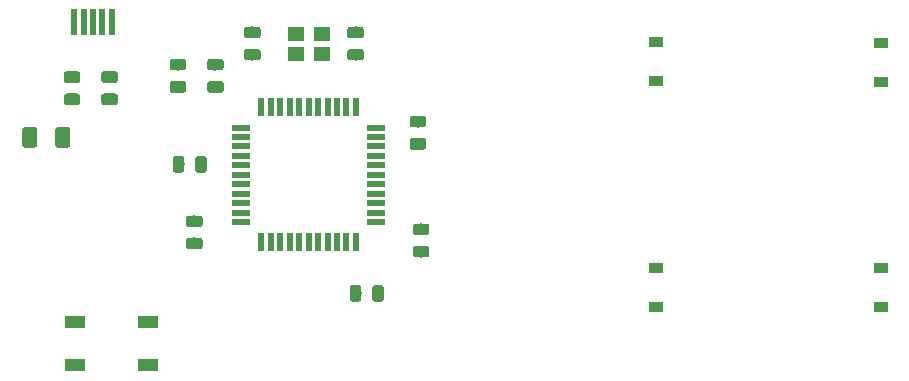
<source format=gbp>
G04 #@! TF.GenerationSoftware,KiCad,Pcbnew,(5.1.4-0)*
G04 #@! TF.CreationDate,2021-10-16T03:16:45+01:00*
G04 #@! TF.ProjectId,PR-4PP,50522d34-5050-42e6-9b69-6361645f7063,rev?*
G04 #@! TF.SameCoordinates,Original*
G04 #@! TF.FileFunction,Paste,Bot*
G04 #@! TF.FilePolarity,Positive*
%FSLAX46Y46*%
G04 Gerber Fmt 4.6, Leading zero omitted, Abs format (unit mm)*
G04 Created by KiCad (PCBNEW (5.1.4-0)) date 2021-10-16 03:16:45*
%MOMM*%
%LPD*%
G04 APERTURE LIST*
%ADD10R,0.500000X2.250000*%
%ADD11R,1.400000X1.200000*%
%ADD12R,0.550000X1.500000*%
%ADD13R,1.500000X0.550000*%
%ADD14R,1.800000X1.100000*%
%ADD15C,0.100000*%
%ADD16C,0.975000*%
%ADD17C,1.250000*%
%ADD18R,1.200000X0.900000*%
G04 APERTURE END LIST*
D10*
X28562500Y-66412500D03*
X29362500Y-66412500D03*
X30162500Y-66412500D03*
X30962500Y-66412500D03*
X31762500Y-66412500D03*
D11*
X49518750Y-67412500D03*
X47318750Y-67412500D03*
X47318750Y-69112500D03*
X49518750Y-69112500D03*
D12*
X44418750Y-85075000D03*
X45218750Y-85075000D03*
X46018750Y-85075000D03*
X46818750Y-85075000D03*
X47618750Y-85075000D03*
X48418750Y-85075000D03*
X49218750Y-85075000D03*
X50018750Y-85075000D03*
X50818750Y-85075000D03*
X51618750Y-85075000D03*
X52418750Y-85075000D03*
D13*
X54118750Y-83375000D03*
X54118750Y-82575000D03*
X54118750Y-81775000D03*
X54118750Y-80975000D03*
X54118750Y-80175000D03*
X54118750Y-79375000D03*
X54118750Y-78575000D03*
X54118750Y-77775000D03*
X54118750Y-76975000D03*
X54118750Y-76175000D03*
X54118750Y-75375000D03*
D12*
X52418750Y-73675000D03*
X51618750Y-73675000D03*
X50818750Y-73675000D03*
X50018750Y-73675000D03*
X49218750Y-73675000D03*
X48418750Y-73675000D03*
X47618750Y-73675000D03*
X46818750Y-73675000D03*
X46018750Y-73675000D03*
X45218750Y-73675000D03*
X44418750Y-73675000D03*
D13*
X42718750Y-75375000D03*
X42718750Y-76175000D03*
X42718750Y-76975000D03*
X42718750Y-77775000D03*
X42718750Y-78575000D03*
X42718750Y-79375000D03*
X42718750Y-80175000D03*
X42718750Y-80975000D03*
X42718750Y-81775000D03*
X42718750Y-82575000D03*
X42718750Y-83375000D03*
D14*
X34850000Y-95512500D03*
X28650000Y-91812500D03*
X34850000Y-91812500D03*
X28650000Y-95512500D03*
D15*
G36*
X58423892Y-83507424D02*
G01*
X58447553Y-83510934D01*
X58470757Y-83516746D01*
X58493279Y-83524804D01*
X58514903Y-83535032D01*
X58535420Y-83547329D01*
X58554633Y-83561579D01*
X58572357Y-83577643D01*
X58588421Y-83595367D01*
X58602671Y-83614580D01*
X58614968Y-83635097D01*
X58625196Y-83656721D01*
X58633254Y-83679243D01*
X58639066Y-83702447D01*
X58642576Y-83726108D01*
X58643750Y-83750000D01*
X58643750Y-84237500D01*
X58642576Y-84261392D01*
X58639066Y-84285053D01*
X58633254Y-84308257D01*
X58625196Y-84330779D01*
X58614968Y-84352403D01*
X58602671Y-84372920D01*
X58588421Y-84392133D01*
X58572357Y-84409857D01*
X58554633Y-84425921D01*
X58535420Y-84440171D01*
X58514903Y-84452468D01*
X58493279Y-84462696D01*
X58470757Y-84470754D01*
X58447553Y-84476566D01*
X58423892Y-84480076D01*
X58400000Y-84481250D01*
X57487500Y-84481250D01*
X57463608Y-84480076D01*
X57439947Y-84476566D01*
X57416743Y-84470754D01*
X57394221Y-84462696D01*
X57372597Y-84452468D01*
X57352080Y-84440171D01*
X57332867Y-84425921D01*
X57315143Y-84409857D01*
X57299079Y-84392133D01*
X57284829Y-84372920D01*
X57272532Y-84352403D01*
X57262304Y-84330779D01*
X57254246Y-84308257D01*
X57248434Y-84285053D01*
X57244924Y-84261392D01*
X57243750Y-84237500D01*
X57243750Y-83750000D01*
X57244924Y-83726108D01*
X57248434Y-83702447D01*
X57254246Y-83679243D01*
X57262304Y-83656721D01*
X57272532Y-83635097D01*
X57284829Y-83614580D01*
X57299079Y-83595367D01*
X57315143Y-83577643D01*
X57332867Y-83561579D01*
X57352080Y-83547329D01*
X57372597Y-83535032D01*
X57394221Y-83524804D01*
X57416743Y-83516746D01*
X57439947Y-83510934D01*
X57463608Y-83507424D01*
X57487500Y-83506250D01*
X58400000Y-83506250D01*
X58423892Y-83507424D01*
X58423892Y-83507424D01*
G37*
D16*
X57943750Y-83993750D03*
D15*
G36*
X58423892Y-85382424D02*
G01*
X58447553Y-85385934D01*
X58470757Y-85391746D01*
X58493279Y-85399804D01*
X58514903Y-85410032D01*
X58535420Y-85422329D01*
X58554633Y-85436579D01*
X58572357Y-85452643D01*
X58588421Y-85470367D01*
X58602671Y-85489580D01*
X58614968Y-85510097D01*
X58625196Y-85531721D01*
X58633254Y-85554243D01*
X58639066Y-85577447D01*
X58642576Y-85601108D01*
X58643750Y-85625000D01*
X58643750Y-86112500D01*
X58642576Y-86136392D01*
X58639066Y-86160053D01*
X58633254Y-86183257D01*
X58625196Y-86205779D01*
X58614968Y-86227403D01*
X58602671Y-86247920D01*
X58588421Y-86267133D01*
X58572357Y-86284857D01*
X58554633Y-86300921D01*
X58535420Y-86315171D01*
X58514903Y-86327468D01*
X58493279Y-86337696D01*
X58470757Y-86345754D01*
X58447553Y-86351566D01*
X58423892Y-86355076D01*
X58400000Y-86356250D01*
X57487500Y-86356250D01*
X57463608Y-86355076D01*
X57439947Y-86351566D01*
X57416743Y-86345754D01*
X57394221Y-86337696D01*
X57372597Y-86327468D01*
X57352080Y-86315171D01*
X57332867Y-86300921D01*
X57315143Y-86284857D01*
X57299079Y-86267133D01*
X57284829Y-86247920D01*
X57272532Y-86227403D01*
X57262304Y-86205779D01*
X57254246Y-86183257D01*
X57248434Y-86160053D01*
X57244924Y-86136392D01*
X57243750Y-86112500D01*
X57243750Y-85625000D01*
X57244924Y-85601108D01*
X57248434Y-85577447D01*
X57254246Y-85554243D01*
X57262304Y-85531721D01*
X57272532Y-85510097D01*
X57284829Y-85489580D01*
X57299079Y-85470367D01*
X57315143Y-85452643D01*
X57332867Y-85436579D01*
X57352080Y-85422329D01*
X57372597Y-85410032D01*
X57394221Y-85399804D01*
X57416743Y-85391746D01*
X57439947Y-85385934D01*
X57463608Y-85382424D01*
X57487500Y-85381250D01*
X58400000Y-85381250D01*
X58423892Y-85382424D01*
X58423892Y-85382424D01*
G37*
D16*
X57943750Y-85868750D03*
D15*
G36*
X37818142Y-71444174D02*
G01*
X37841803Y-71447684D01*
X37865007Y-71453496D01*
X37887529Y-71461554D01*
X37909153Y-71471782D01*
X37929670Y-71484079D01*
X37948883Y-71498329D01*
X37966607Y-71514393D01*
X37982671Y-71532117D01*
X37996921Y-71551330D01*
X38009218Y-71571847D01*
X38019446Y-71593471D01*
X38027504Y-71615993D01*
X38033316Y-71639197D01*
X38036826Y-71662858D01*
X38038000Y-71686750D01*
X38038000Y-72174250D01*
X38036826Y-72198142D01*
X38033316Y-72221803D01*
X38027504Y-72245007D01*
X38019446Y-72267529D01*
X38009218Y-72289153D01*
X37996921Y-72309670D01*
X37982671Y-72328883D01*
X37966607Y-72346607D01*
X37948883Y-72362671D01*
X37929670Y-72376921D01*
X37909153Y-72389218D01*
X37887529Y-72399446D01*
X37865007Y-72407504D01*
X37841803Y-72413316D01*
X37818142Y-72416826D01*
X37794250Y-72418000D01*
X36881750Y-72418000D01*
X36857858Y-72416826D01*
X36834197Y-72413316D01*
X36810993Y-72407504D01*
X36788471Y-72399446D01*
X36766847Y-72389218D01*
X36746330Y-72376921D01*
X36727117Y-72362671D01*
X36709393Y-72346607D01*
X36693329Y-72328883D01*
X36679079Y-72309670D01*
X36666782Y-72289153D01*
X36656554Y-72267529D01*
X36648496Y-72245007D01*
X36642684Y-72221803D01*
X36639174Y-72198142D01*
X36638000Y-72174250D01*
X36638000Y-71686750D01*
X36639174Y-71662858D01*
X36642684Y-71639197D01*
X36648496Y-71615993D01*
X36656554Y-71593471D01*
X36666782Y-71571847D01*
X36679079Y-71551330D01*
X36693329Y-71532117D01*
X36709393Y-71514393D01*
X36727117Y-71498329D01*
X36746330Y-71484079D01*
X36766847Y-71471782D01*
X36788471Y-71461554D01*
X36810993Y-71453496D01*
X36834197Y-71447684D01*
X36857858Y-71444174D01*
X36881750Y-71443000D01*
X37794250Y-71443000D01*
X37818142Y-71444174D01*
X37818142Y-71444174D01*
G37*
D16*
X37338000Y-71930500D03*
D15*
G36*
X37818142Y-69569174D02*
G01*
X37841803Y-69572684D01*
X37865007Y-69578496D01*
X37887529Y-69586554D01*
X37909153Y-69596782D01*
X37929670Y-69609079D01*
X37948883Y-69623329D01*
X37966607Y-69639393D01*
X37982671Y-69657117D01*
X37996921Y-69676330D01*
X38009218Y-69696847D01*
X38019446Y-69718471D01*
X38027504Y-69740993D01*
X38033316Y-69764197D01*
X38036826Y-69787858D01*
X38038000Y-69811750D01*
X38038000Y-70299250D01*
X38036826Y-70323142D01*
X38033316Y-70346803D01*
X38027504Y-70370007D01*
X38019446Y-70392529D01*
X38009218Y-70414153D01*
X37996921Y-70434670D01*
X37982671Y-70453883D01*
X37966607Y-70471607D01*
X37948883Y-70487671D01*
X37929670Y-70501921D01*
X37909153Y-70514218D01*
X37887529Y-70524446D01*
X37865007Y-70532504D01*
X37841803Y-70538316D01*
X37818142Y-70541826D01*
X37794250Y-70543000D01*
X36881750Y-70543000D01*
X36857858Y-70541826D01*
X36834197Y-70538316D01*
X36810993Y-70532504D01*
X36788471Y-70524446D01*
X36766847Y-70514218D01*
X36746330Y-70501921D01*
X36727117Y-70487671D01*
X36709393Y-70471607D01*
X36693329Y-70453883D01*
X36679079Y-70434670D01*
X36666782Y-70414153D01*
X36656554Y-70392529D01*
X36648496Y-70370007D01*
X36642684Y-70346803D01*
X36639174Y-70323142D01*
X36638000Y-70299250D01*
X36638000Y-69811750D01*
X36639174Y-69787858D01*
X36642684Y-69764197D01*
X36648496Y-69740993D01*
X36656554Y-69718471D01*
X36666782Y-69696847D01*
X36679079Y-69676330D01*
X36693329Y-69657117D01*
X36709393Y-69639393D01*
X36727117Y-69623329D01*
X36746330Y-69609079D01*
X36766847Y-69596782D01*
X36788471Y-69586554D01*
X36810993Y-69578496D01*
X36834197Y-69572684D01*
X36857858Y-69569174D01*
X36881750Y-69568000D01*
X37794250Y-69568000D01*
X37818142Y-69569174D01*
X37818142Y-69569174D01*
G37*
D16*
X37338000Y-70055500D03*
D15*
G36*
X32039642Y-70616924D02*
G01*
X32063303Y-70620434D01*
X32086507Y-70626246D01*
X32109029Y-70634304D01*
X32130653Y-70644532D01*
X32151170Y-70656829D01*
X32170383Y-70671079D01*
X32188107Y-70687143D01*
X32204171Y-70704867D01*
X32218421Y-70724080D01*
X32230718Y-70744597D01*
X32240946Y-70766221D01*
X32249004Y-70788743D01*
X32254816Y-70811947D01*
X32258326Y-70835608D01*
X32259500Y-70859500D01*
X32259500Y-71347000D01*
X32258326Y-71370892D01*
X32254816Y-71394553D01*
X32249004Y-71417757D01*
X32240946Y-71440279D01*
X32230718Y-71461903D01*
X32218421Y-71482420D01*
X32204171Y-71501633D01*
X32188107Y-71519357D01*
X32170383Y-71535421D01*
X32151170Y-71549671D01*
X32130653Y-71561968D01*
X32109029Y-71572196D01*
X32086507Y-71580254D01*
X32063303Y-71586066D01*
X32039642Y-71589576D01*
X32015750Y-71590750D01*
X31103250Y-71590750D01*
X31079358Y-71589576D01*
X31055697Y-71586066D01*
X31032493Y-71580254D01*
X31009971Y-71572196D01*
X30988347Y-71561968D01*
X30967830Y-71549671D01*
X30948617Y-71535421D01*
X30930893Y-71519357D01*
X30914829Y-71501633D01*
X30900579Y-71482420D01*
X30888282Y-71461903D01*
X30878054Y-71440279D01*
X30869996Y-71417757D01*
X30864184Y-71394553D01*
X30860674Y-71370892D01*
X30859500Y-71347000D01*
X30859500Y-70859500D01*
X30860674Y-70835608D01*
X30864184Y-70811947D01*
X30869996Y-70788743D01*
X30878054Y-70766221D01*
X30888282Y-70744597D01*
X30900579Y-70724080D01*
X30914829Y-70704867D01*
X30930893Y-70687143D01*
X30948617Y-70671079D01*
X30967830Y-70656829D01*
X30988347Y-70644532D01*
X31009971Y-70634304D01*
X31032493Y-70626246D01*
X31055697Y-70620434D01*
X31079358Y-70616924D01*
X31103250Y-70615750D01*
X32015750Y-70615750D01*
X32039642Y-70616924D01*
X32039642Y-70616924D01*
G37*
D16*
X31559500Y-71103250D03*
D15*
G36*
X32039642Y-72491924D02*
G01*
X32063303Y-72495434D01*
X32086507Y-72501246D01*
X32109029Y-72509304D01*
X32130653Y-72519532D01*
X32151170Y-72531829D01*
X32170383Y-72546079D01*
X32188107Y-72562143D01*
X32204171Y-72579867D01*
X32218421Y-72599080D01*
X32230718Y-72619597D01*
X32240946Y-72641221D01*
X32249004Y-72663743D01*
X32254816Y-72686947D01*
X32258326Y-72710608D01*
X32259500Y-72734500D01*
X32259500Y-73222000D01*
X32258326Y-73245892D01*
X32254816Y-73269553D01*
X32249004Y-73292757D01*
X32240946Y-73315279D01*
X32230718Y-73336903D01*
X32218421Y-73357420D01*
X32204171Y-73376633D01*
X32188107Y-73394357D01*
X32170383Y-73410421D01*
X32151170Y-73424671D01*
X32130653Y-73436968D01*
X32109029Y-73447196D01*
X32086507Y-73455254D01*
X32063303Y-73461066D01*
X32039642Y-73464576D01*
X32015750Y-73465750D01*
X31103250Y-73465750D01*
X31079358Y-73464576D01*
X31055697Y-73461066D01*
X31032493Y-73455254D01*
X31009971Y-73447196D01*
X30988347Y-73436968D01*
X30967830Y-73424671D01*
X30948617Y-73410421D01*
X30930893Y-73394357D01*
X30914829Y-73376633D01*
X30900579Y-73357420D01*
X30888282Y-73336903D01*
X30878054Y-73315279D01*
X30869996Y-73292757D01*
X30864184Y-73269553D01*
X30860674Y-73245892D01*
X30859500Y-73222000D01*
X30859500Y-72734500D01*
X30860674Y-72710608D01*
X30864184Y-72686947D01*
X30869996Y-72663743D01*
X30878054Y-72641221D01*
X30888282Y-72619597D01*
X30900579Y-72599080D01*
X30914829Y-72579867D01*
X30930893Y-72562143D01*
X30948617Y-72546079D01*
X30967830Y-72531829D01*
X30988347Y-72519532D01*
X31009971Y-72509304D01*
X31032493Y-72501246D01*
X31055697Y-72495434D01*
X31079358Y-72491924D01*
X31103250Y-72490750D01*
X32015750Y-72490750D01*
X32039642Y-72491924D01*
X32039642Y-72491924D01*
G37*
D16*
X31559500Y-72978250D03*
D15*
G36*
X28864642Y-70616924D02*
G01*
X28888303Y-70620434D01*
X28911507Y-70626246D01*
X28934029Y-70634304D01*
X28955653Y-70644532D01*
X28976170Y-70656829D01*
X28995383Y-70671079D01*
X29013107Y-70687143D01*
X29029171Y-70704867D01*
X29043421Y-70724080D01*
X29055718Y-70744597D01*
X29065946Y-70766221D01*
X29074004Y-70788743D01*
X29079816Y-70811947D01*
X29083326Y-70835608D01*
X29084500Y-70859500D01*
X29084500Y-71347000D01*
X29083326Y-71370892D01*
X29079816Y-71394553D01*
X29074004Y-71417757D01*
X29065946Y-71440279D01*
X29055718Y-71461903D01*
X29043421Y-71482420D01*
X29029171Y-71501633D01*
X29013107Y-71519357D01*
X28995383Y-71535421D01*
X28976170Y-71549671D01*
X28955653Y-71561968D01*
X28934029Y-71572196D01*
X28911507Y-71580254D01*
X28888303Y-71586066D01*
X28864642Y-71589576D01*
X28840750Y-71590750D01*
X27928250Y-71590750D01*
X27904358Y-71589576D01*
X27880697Y-71586066D01*
X27857493Y-71580254D01*
X27834971Y-71572196D01*
X27813347Y-71561968D01*
X27792830Y-71549671D01*
X27773617Y-71535421D01*
X27755893Y-71519357D01*
X27739829Y-71501633D01*
X27725579Y-71482420D01*
X27713282Y-71461903D01*
X27703054Y-71440279D01*
X27694996Y-71417757D01*
X27689184Y-71394553D01*
X27685674Y-71370892D01*
X27684500Y-71347000D01*
X27684500Y-70859500D01*
X27685674Y-70835608D01*
X27689184Y-70811947D01*
X27694996Y-70788743D01*
X27703054Y-70766221D01*
X27713282Y-70744597D01*
X27725579Y-70724080D01*
X27739829Y-70704867D01*
X27755893Y-70687143D01*
X27773617Y-70671079D01*
X27792830Y-70656829D01*
X27813347Y-70644532D01*
X27834971Y-70634304D01*
X27857493Y-70626246D01*
X27880697Y-70620434D01*
X27904358Y-70616924D01*
X27928250Y-70615750D01*
X28840750Y-70615750D01*
X28864642Y-70616924D01*
X28864642Y-70616924D01*
G37*
D16*
X28384500Y-71103250D03*
D15*
G36*
X28864642Y-72491924D02*
G01*
X28888303Y-72495434D01*
X28911507Y-72501246D01*
X28934029Y-72509304D01*
X28955653Y-72519532D01*
X28976170Y-72531829D01*
X28995383Y-72546079D01*
X29013107Y-72562143D01*
X29029171Y-72579867D01*
X29043421Y-72599080D01*
X29055718Y-72619597D01*
X29065946Y-72641221D01*
X29074004Y-72663743D01*
X29079816Y-72686947D01*
X29083326Y-72710608D01*
X29084500Y-72734500D01*
X29084500Y-73222000D01*
X29083326Y-73245892D01*
X29079816Y-73269553D01*
X29074004Y-73292757D01*
X29065946Y-73315279D01*
X29055718Y-73336903D01*
X29043421Y-73357420D01*
X29029171Y-73376633D01*
X29013107Y-73394357D01*
X28995383Y-73410421D01*
X28976170Y-73424671D01*
X28955653Y-73436968D01*
X28934029Y-73447196D01*
X28911507Y-73455254D01*
X28888303Y-73461066D01*
X28864642Y-73464576D01*
X28840750Y-73465750D01*
X27928250Y-73465750D01*
X27904358Y-73464576D01*
X27880697Y-73461066D01*
X27857493Y-73455254D01*
X27834971Y-73447196D01*
X27813347Y-73436968D01*
X27792830Y-73424671D01*
X27773617Y-73410421D01*
X27755893Y-73394357D01*
X27739829Y-73376633D01*
X27725579Y-73357420D01*
X27713282Y-73336903D01*
X27703054Y-73315279D01*
X27694996Y-73292757D01*
X27689184Y-73269553D01*
X27685674Y-73245892D01*
X27684500Y-73222000D01*
X27684500Y-72734500D01*
X27685674Y-72710608D01*
X27689184Y-72686947D01*
X27694996Y-72663743D01*
X27703054Y-72641221D01*
X27713282Y-72619597D01*
X27725579Y-72599080D01*
X27739829Y-72579867D01*
X27755893Y-72562143D01*
X27773617Y-72546079D01*
X27792830Y-72531829D01*
X27813347Y-72519532D01*
X27834971Y-72509304D01*
X27857493Y-72501246D01*
X27880697Y-72495434D01*
X27904358Y-72491924D01*
X27928250Y-72490750D01*
X28840750Y-72490750D01*
X28864642Y-72491924D01*
X28864642Y-72491924D01*
G37*
D16*
X28384500Y-72978250D03*
D15*
G36*
X27993254Y-75326204D02*
G01*
X28017523Y-75329804D01*
X28041321Y-75335765D01*
X28064421Y-75344030D01*
X28086599Y-75354520D01*
X28107643Y-75367133D01*
X28127348Y-75381747D01*
X28145527Y-75398223D01*
X28162003Y-75416402D01*
X28176617Y-75436107D01*
X28189230Y-75457151D01*
X28199720Y-75479329D01*
X28207985Y-75502429D01*
X28213946Y-75526227D01*
X28217546Y-75550496D01*
X28218750Y-75575000D01*
X28218750Y-76825000D01*
X28217546Y-76849504D01*
X28213946Y-76873773D01*
X28207985Y-76897571D01*
X28199720Y-76920671D01*
X28189230Y-76942849D01*
X28176617Y-76963893D01*
X28162003Y-76983598D01*
X28145527Y-77001777D01*
X28127348Y-77018253D01*
X28107643Y-77032867D01*
X28086599Y-77045480D01*
X28064421Y-77055970D01*
X28041321Y-77064235D01*
X28017523Y-77070196D01*
X27993254Y-77073796D01*
X27968750Y-77075000D01*
X27218750Y-77075000D01*
X27194246Y-77073796D01*
X27169977Y-77070196D01*
X27146179Y-77064235D01*
X27123079Y-77055970D01*
X27100901Y-77045480D01*
X27079857Y-77032867D01*
X27060152Y-77018253D01*
X27041973Y-77001777D01*
X27025497Y-76983598D01*
X27010883Y-76963893D01*
X26998270Y-76942849D01*
X26987780Y-76920671D01*
X26979515Y-76897571D01*
X26973554Y-76873773D01*
X26969954Y-76849504D01*
X26968750Y-76825000D01*
X26968750Y-75575000D01*
X26969954Y-75550496D01*
X26973554Y-75526227D01*
X26979515Y-75502429D01*
X26987780Y-75479329D01*
X26998270Y-75457151D01*
X27010883Y-75436107D01*
X27025497Y-75416402D01*
X27041973Y-75398223D01*
X27060152Y-75381747D01*
X27079857Y-75367133D01*
X27100901Y-75354520D01*
X27123079Y-75344030D01*
X27146179Y-75335765D01*
X27169977Y-75329804D01*
X27194246Y-75326204D01*
X27218750Y-75325000D01*
X27968750Y-75325000D01*
X27993254Y-75326204D01*
X27993254Y-75326204D01*
G37*
D17*
X27593750Y-76200000D03*
D15*
G36*
X25193254Y-75326204D02*
G01*
X25217523Y-75329804D01*
X25241321Y-75335765D01*
X25264421Y-75344030D01*
X25286599Y-75354520D01*
X25307643Y-75367133D01*
X25327348Y-75381747D01*
X25345527Y-75398223D01*
X25362003Y-75416402D01*
X25376617Y-75436107D01*
X25389230Y-75457151D01*
X25399720Y-75479329D01*
X25407985Y-75502429D01*
X25413946Y-75526227D01*
X25417546Y-75550496D01*
X25418750Y-75575000D01*
X25418750Y-76825000D01*
X25417546Y-76849504D01*
X25413946Y-76873773D01*
X25407985Y-76897571D01*
X25399720Y-76920671D01*
X25389230Y-76942849D01*
X25376617Y-76963893D01*
X25362003Y-76983598D01*
X25345527Y-77001777D01*
X25327348Y-77018253D01*
X25307643Y-77032867D01*
X25286599Y-77045480D01*
X25264421Y-77055970D01*
X25241321Y-77064235D01*
X25217523Y-77070196D01*
X25193254Y-77073796D01*
X25168750Y-77075000D01*
X24418750Y-77075000D01*
X24394246Y-77073796D01*
X24369977Y-77070196D01*
X24346179Y-77064235D01*
X24323079Y-77055970D01*
X24300901Y-77045480D01*
X24279857Y-77032867D01*
X24260152Y-77018253D01*
X24241973Y-77001777D01*
X24225497Y-76983598D01*
X24210883Y-76963893D01*
X24198270Y-76942849D01*
X24187780Y-76920671D01*
X24179515Y-76897571D01*
X24173554Y-76873773D01*
X24169954Y-76849504D01*
X24168750Y-76825000D01*
X24168750Y-75575000D01*
X24169954Y-75550496D01*
X24173554Y-75526227D01*
X24179515Y-75502429D01*
X24187780Y-75479329D01*
X24198270Y-75457151D01*
X24210883Y-75436107D01*
X24225497Y-75416402D01*
X24241973Y-75398223D01*
X24260152Y-75381747D01*
X24279857Y-75367133D01*
X24300901Y-75354520D01*
X24323079Y-75344030D01*
X24346179Y-75335765D01*
X24369977Y-75329804D01*
X24394246Y-75326204D01*
X24418750Y-75325000D01*
X25168750Y-75325000D01*
X25193254Y-75326204D01*
X25193254Y-75326204D01*
G37*
D17*
X24793750Y-76200000D03*
D18*
X96837500Y-87250000D03*
X96837500Y-90550000D03*
X77787500Y-87250000D03*
X77787500Y-90550000D03*
X96837500Y-68200000D03*
X96837500Y-71500000D03*
X77787500Y-68137500D03*
X77787500Y-71437500D03*
D15*
G36*
X39559142Y-77787174D02*
G01*
X39582803Y-77790684D01*
X39606007Y-77796496D01*
X39628529Y-77804554D01*
X39650153Y-77814782D01*
X39670670Y-77827079D01*
X39689883Y-77841329D01*
X39707607Y-77857393D01*
X39723671Y-77875117D01*
X39737921Y-77894330D01*
X39750218Y-77914847D01*
X39760446Y-77936471D01*
X39768504Y-77958993D01*
X39774316Y-77982197D01*
X39777826Y-78005858D01*
X39779000Y-78029750D01*
X39779000Y-78942250D01*
X39777826Y-78966142D01*
X39774316Y-78989803D01*
X39768504Y-79013007D01*
X39760446Y-79035529D01*
X39750218Y-79057153D01*
X39737921Y-79077670D01*
X39723671Y-79096883D01*
X39707607Y-79114607D01*
X39689883Y-79130671D01*
X39670670Y-79144921D01*
X39650153Y-79157218D01*
X39628529Y-79167446D01*
X39606007Y-79175504D01*
X39582803Y-79181316D01*
X39559142Y-79184826D01*
X39535250Y-79186000D01*
X39047750Y-79186000D01*
X39023858Y-79184826D01*
X39000197Y-79181316D01*
X38976993Y-79175504D01*
X38954471Y-79167446D01*
X38932847Y-79157218D01*
X38912330Y-79144921D01*
X38893117Y-79130671D01*
X38875393Y-79114607D01*
X38859329Y-79096883D01*
X38845079Y-79077670D01*
X38832782Y-79057153D01*
X38822554Y-79035529D01*
X38814496Y-79013007D01*
X38808684Y-78989803D01*
X38805174Y-78966142D01*
X38804000Y-78942250D01*
X38804000Y-78029750D01*
X38805174Y-78005858D01*
X38808684Y-77982197D01*
X38814496Y-77958993D01*
X38822554Y-77936471D01*
X38832782Y-77914847D01*
X38845079Y-77894330D01*
X38859329Y-77875117D01*
X38875393Y-77857393D01*
X38893117Y-77841329D01*
X38912330Y-77827079D01*
X38932847Y-77814782D01*
X38954471Y-77804554D01*
X38976993Y-77796496D01*
X39000197Y-77790684D01*
X39023858Y-77787174D01*
X39047750Y-77786000D01*
X39535250Y-77786000D01*
X39559142Y-77787174D01*
X39559142Y-77787174D01*
G37*
D16*
X39291500Y-78486000D03*
D15*
G36*
X37684142Y-77787174D02*
G01*
X37707803Y-77790684D01*
X37731007Y-77796496D01*
X37753529Y-77804554D01*
X37775153Y-77814782D01*
X37795670Y-77827079D01*
X37814883Y-77841329D01*
X37832607Y-77857393D01*
X37848671Y-77875117D01*
X37862921Y-77894330D01*
X37875218Y-77914847D01*
X37885446Y-77936471D01*
X37893504Y-77958993D01*
X37899316Y-77982197D01*
X37902826Y-78005858D01*
X37904000Y-78029750D01*
X37904000Y-78942250D01*
X37902826Y-78966142D01*
X37899316Y-78989803D01*
X37893504Y-79013007D01*
X37885446Y-79035529D01*
X37875218Y-79057153D01*
X37862921Y-79077670D01*
X37848671Y-79096883D01*
X37832607Y-79114607D01*
X37814883Y-79130671D01*
X37795670Y-79144921D01*
X37775153Y-79157218D01*
X37753529Y-79167446D01*
X37731007Y-79175504D01*
X37707803Y-79181316D01*
X37684142Y-79184826D01*
X37660250Y-79186000D01*
X37172750Y-79186000D01*
X37148858Y-79184826D01*
X37125197Y-79181316D01*
X37101993Y-79175504D01*
X37079471Y-79167446D01*
X37057847Y-79157218D01*
X37037330Y-79144921D01*
X37018117Y-79130671D01*
X37000393Y-79114607D01*
X36984329Y-79096883D01*
X36970079Y-79077670D01*
X36957782Y-79057153D01*
X36947554Y-79035529D01*
X36939496Y-79013007D01*
X36933684Y-78989803D01*
X36930174Y-78966142D01*
X36929000Y-78942250D01*
X36929000Y-78029750D01*
X36930174Y-78005858D01*
X36933684Y-77982197D01*
X36939496Y-77958993D01*
X36947554Y-77936471D01*
X36957782Y-77914847D01*
X36970079Y-77894330D01*
X36984329Y-77875117D01*
X37000393Y-77857393D01*
X37018117Y-77841329D01*
X37037330Y-77827079D01*
X37057847Y-77814782D01*
X37079471Y-77804554D01*
X37101993Y-77796496D01*
X37125197Y-77790684D01*
X37148858Y-77787174D01*
X37172750Y-77786000D01*
X37660250Y-77786000D01*
X37684142Y-77787174D01*
X37684142Y-77787174D01*
G37*
D16*
X37416500Y-78486000D03*
D15*
G36*
X44136392Y-68713674D02*
G01*
X44160053Y-68717184D01*
X44183257Y-68722996D01*
X44205779Y-68731054D01*
X44227403Y-68741282D01*
X44247920Y-68753579D01*
X44267133Y-68767829D01*
X44284857Y-68783893D01*
X44300921Y-68801617D01*
X44315171Y-68820830D01*
X44327468Y-68841347D01*
X44337696Y-68862971D01*
X44345754Y-68885493D01*
X44351566Y-68908697D01*
X44355076Y-68932358D01*
X44356250Y-68956250D01*
X44356250Y-69443750D01*
X44355076Y-69467642D01*
X44351566Y-69491303D01*
X44345754Y-69514507D01*
X44337696Y-69537029D01*
X44327468Y-69558653D01*
X44315171Y-69579170D01*
X44300921Y-69598383D01*
X44284857Y-69616107D01*
X44267133Y-69632171D01*
X44247920Y-69646421D01*
X44227403Y-69658718D01*
X44205779Y-69668946D01*
X44183257Y-69677004D01*
X44160053Y-69682816D01*
X44136392Y-69686326D01*
X44112500Y-69687500D01*
X43200000Y-69687500D01*
X43176108Y-69686326D01*
X43152447Y-69682816D01*
X43129243Y-69677004D01*
X43106721Y-69668946D01*
X43085097Y-69658718D01*
X43064580Y-69646421D01*
X43045367Y-69632171D01*
X43027643Y-69616107D01*
X43011579Y-69598383D01*
X42997329Y-69579170D01*
X42985032Y-69558653D01*
X42974804Y-69537029D01*
X42966746Y-69514507D01*
X42960934Y-69491303D01*
X42957424Y-69467642D01*
X42956250Y-69443750D01*
X42956250Y-68956250D01*
X42957424Y-68932358D01*
X42960934Y-68908697D01*
X42966746Y-68885493D01*
X42974804Y-68862971D01*
X42985032Y-68841347D01*
X42997329Y-68820830D01*
X43011579Y-68801617D01*
X43027643Y-68783893D01*
X43045367Y-68767829D01*
X43064580Y-68753579D01*
X43085097Y-68741282D01*
X43106721Y-68731054D01*
X43129243Y-68722996D01*
X43152447Y-68717184D01*
X43176108Y-68713674D01*
X43200000Y-68712500D01*
X44112500Y-68712500D01*
X44136392Y-68713674D01*
X44136392Y-68713674D01*
G37*
D16*
X43656250Y-69200000D03*
D15*
G36*
X44136392Y-66838674D02*
G01*
X44160053Y-66842184D01*
X44183257Y-66847996D01*
X44205779Y-66856054D01*
X44227403Y-66866282D01*
X44247920Y-66878579D01*
X44267133Y-66892829D01*
X44284857Y-66908893D01*
X44300921Y-66926617D01*
X44315171Y-66945830D01*
X44327468Y-66966347D01*
X44337696Y-66987971D01*
X44345754Y-67010493D01*
X44351566Y-67033697D01*
X44355076Y-67057358D01*
X44356250Y-67081250D01*
X44356250Y-67568750D01*
X44355076Y-67592642D01*
X44351566Y-67616303D01*
X44345754Y-67639507D01*
X44337696Y-67662029D01*
X44327468Y-67683653D01*
X44315171Y-67704170D01*
X44300921Y-67723383D01*
X44284857Y-67741107D01*
X44267133Y-67757171D01*
X44247920Y-67771421D01*
X44227403Y-67783718D01*
X44205779Y-67793946D01*
X44183257Y-67802004D01*
X44160053Y-67807816D01*
X44136392Y-67811326D01*
X44112500Y-67812500D01*
X43200000Y-67812500D01*
X43176108Y-67811326D01*
X43152447Y-67807816D01*
X43129243Y-67802004D01*
X43106721Y-67793946D01*
X43085097Y-67783718D01*
X43064580Y-67771421D01*
X43045367Y-67757171D01*
X43027643Y-67741107D01*
X43011579Y-67723383D01*
X42997329Y-67704170D01*
X42985032Y-67683653D01*
X42974804Y-67662029D01*
X42966746Y-67639507D01*
X42960934Y-67616303D01*
X42957424Y-67592642D01*
X42956250Y-67568750D01*
X42956250Y-67081250D01*
X42957424Y-67057358D01*
X42960934Y-67033697D01*
X42966746Y-67010493D01*
X42974804Y-66987971D01*
X42985032Y-66966347D01*
X42997329Y-66945830D01*
X43011579Y-66926617D01*
X43027643Y-66908893D01*
X43045367Y-66892829D01*
X43064580Y-66878579D01*
X43085097Y-66866282D01*
X43106721Y-66856054D01*
X43129243Y-66847996D01*
X43152447Y-66842184D01*
X43176108Y-66838674D01*
X43200000Y-66837500D01*
X44112500Y-66837500D01*
X44136392Y-66838674D01*
X44136392Y-66838674D01*
G37*
D16*
X43656250Y-67325000D03*
D15*
G36*
X52867642Y-66838674D02*
G01*
X52891303Y-66842184D01*
X52914507Y-66847996D01*
X52937029Y-66856054D01*
X52958653Y-66866282D01*
X52979170Y-66878579D01*
X52998383Y-66892829D01*
X53016107Y-66908893D01*
X53032171Y-66926617D01*
X53046421Y-66945830D01*
X53058718Y-66966347D01*
X53068946Y-66987971D01*
X53077004Y-67010493D01*
X53082816Y-67033697D01*
X53086326Y-67057358D01*
X53087500Y-67081250D01*
X53087500Y-67568750D01*
X53086326Y-67592642D01*
X53082816Y-67616303D01*
X53077004Y-67639507D01*
X53068946Y-67662029D01*
X53058718Y-67683653D01*
X53046421Y-67704170D01*
X53032171Y-67723383D01*
X53016107Y-67741107D01*
X52998383Y-67757171D01*
X52979170Y-67771421D01*
X52958653Y-67783718D01*
X52937029Y-67793946D01*
X52914507Y-67802004D01*
X52891303Y-67807816D01*
X52867642Y-67811326D01*
X52843750Y-67812500D01*
X51931250Y-67812500D01*
X51907358Y-67811326D01*
X51883697Y-67807816D01*
X51860493Y-67802004D01*
X51837971Y-67793946D01*
X51816347Y-67783718D01*
X51795830Y-67771421D01*
X51776617Y-67757171D01*
X51758893Y-67741107D01*
X51742829Y-67723383D01*
X51728579Y-67704170D01*
X51716282Y-67683653D01*
X51706054Y-67662029D01*
X51697996Y-67639507D01*
X51692184Y-67616303D01*
X51688674Y-67592642D01*
X51687500Y-67568750D01*
X51687500Y-67081250D01*
X51688674Y-67057358D01*
X51692184Y-67033697D01*
X51697996Y-67010493D01*
X51706054Y-66987971D01*
X51716282Y-66966347D01*
X51728579Y-66945830D01*
X51742829Y-66926617D01*
X51758893Y-66908893D01*
X51776617Y-66892829D01*
X51795830Y-66878579D01*
X51816347Y-66866282D01*
X51837971Y-66856054D01*
X51860493Y-66847996D01*
X51883697Y-66842184D01*
X51907358Y-66838674D01*
X51931250Y-66837500D01*
X52843750Y-66837500D01*
X52867642Y-66838674D01*
X52867642Y-66838674D01*
G37*
D16*
X52387500Y-67325000D03*
D15*
G36*
X52867642Y-68713674D02*
G01*
X52891303Y-68717184D01*
X52914507Y-68722996D01*
X52937029Y-68731054D01*
X52958653Y-68741282D01*
X52979170Y-68753579D01*
X52998383Y-68767829D01*
X53016107Y-68783893D01*
X53032171Y-68801617D01*
X53046421Y-68820830D01*
X53058718Y-68841347D01*
X53068946Y-68862971D01*
X53077004Y-68885493D01*
X53082816Y-68908697D01*
X53086326Y-68932358D01*
X53087500Y-68956250D01*
X53087500Y-69443750D01*
X53086326Y-69467642D01*
X53082816Y-69491303D01*
X53077004Y-69514507D01*
X53068946Y-69537029D01*
X53058718Y-69558653D01*
X53046421Y-69579170D01*
X53032171Y-69598383D01*
X53016107Y-69616107D01*
X52998383Y-69632171D01*
X52979170Y-69646421D01*
X52958653Y-69658718D01*
X52937029Y-69668946D01*
X52914507Y-69677004D01*
X52891303Y-69682816D01*
X52867642Y-69686326D01*
X52843750Y-69687500D01*
X51931250Y-69687500D01*
X51907358Y-69686326D01*
X51883697Y-69682816D01*
X51860493Y-69677004D01*
X51837971Y-69668946D01*
X51816347Y-69658718D01*
X51795830Y-69646421D01*
X51776617Y-69632171D01*
X51758893Y-69616107D01*
X51742829Y-69598383D01*
X51728579Y-69579170D01*
X51716282Y-69558653D01*
X51706054Y-69537029D01*
X51697996Y-69514507D01*
X51692184Y-69491303D01*
X51688674Y-69467642D01*
X51687500Y-69443750D01*
X51687500Y-68956250D01*
X51688674Y-68932358D01*
X51692184Y-68908697D01*
X51697996Y-68885493D01*
X51706054Y-68862971D01*
X51716282Y-68841347D01*
X51728579Y-68820830D01*
X51742829Y-68801617D01*
X51758893Y-68783893D01*
X51776617Y-68767829D01*
X51795830Y-68753579D01*
X51816347Y-68741282D01*
X51837971Y-68731054D01*
X51860493Y-68722996D01*
X51883697Y-68717184D01*
X51907358Y-68713674D01*
X51931250Y-68712500D01*
X52843750Y-68712500D01*
X52867642Y-68713674D01*
X52867642Y-68713674D01*
G37*
D16*
X52387500Y-69200000D03*
D15*
G36*
X39215142Y-84700674D02*
G01*
X39238803Y-84704184D01*
X39262007Y-84709996D01*
X39284529Y-84718054D01*
X39306153Y-84728282D01*
X39326670Y-84740579D01*
X39345883Y-84754829D01*
X39363607Y-84770893D01*
X39379671Y-84788617D01*
X39393921Y-84807830D01*
X39406218Y-84828347D01*
X39416446Y-84849971D01*
X39424504Y-84872493D01*
X39430316Y-84895697D01*
X39433826Y-84919358D01*
X39435000Y-84943250D01*
X39435000Y-85430750D01*
X39433826Y-85454642D01*
X39430316Y-85478303D01*
X39424504Y-85501507D01*
X39416446Y-85524029D01*
X39406218Y-85545653D01*
X39393921Y-85566170D01*
X39379671Y-85585383D01*
X39363607Y-85603107D01*
X39345883Y-85619171D01*
X39326670Y-85633421D01*
X39306153Y-85645718D01*
X39284529Y-85655946D01*
X39262007Y-85664004D01*
X39238803Y-85669816D01*
X39215142Y-85673326D01*
X39191250Y-85674500D01*
X38278750Y-85674500D01*
X38254858Y-85673326D01*
X38231197Y-85669816D01*
X38207993Y-85664004D01*
X38185471Y-85655946D01*
X38163847Y-85645718D01*
X38143330Y-85633421D01*
X38124117Y-85619171D01*
X38106393Y-85603107D01*
X38090329Y-85585383D01*
X38076079Y-85566170D01*
X38063782Y-85545653D01*
X38053554Y-85524029D01*
X38045496Y-85501507D01*
X38039684Y-85478303D01*
X38036174Y-85454642D01*
X38035000Y-85430750D01*
X38035000Y-84943250D01*
X38036174Y-84919358D01*
X38039684Y-84895697D01*
X38045496Y-84872493D01*
X38053554Y-84849971D01*
X38063782Y-84828347D01*
X38076079Y-84807830D01*
X38090329Y-84788617D01*
X38106393Y-84770893D01*
X38124117Y-84754829D01*
X38143330Y-84740579D01*
X38163847Y-84728282D01*
X38185471Y-84718054D01*
X38207993Y-84709996D01*
X38231197Y-84704184D01*
X38254858Y-84700674D01*
X38278750Y-84699500D01*
X39191250Y-84699500D01*
X39215142Y-84700674D01*
X39215142Y-84700674D01*
G37*
D16*
X38735000Y-85187000D03*
D15*
G36*
X39215142Y-82825674D02*
G01*
X39238803Y-82829184D01*
X39262007Y-82834996D01*
X39284529Y-82843054D01*
X39306153Y-82853282D01*
X39326670Y-82865579D01*
X39345883Y-82879829D01*
X39363607Y-82895893D01*
X39379671Y-82913617D01*
X39393921Y-82932830D01*
X39406218Y-82953347D01*
X39416446Y-82974971D01*
X39424504Y-82997493D01*
X39430316Y-83020697D01*
X39433826Y-83044358D01*
X39435000Y-83068250D01*
X39435000Y-83555750D01*
X39433826Y-83579642D01*
X39430316Y-83603303D01*
X39424504Y-83626507D01*
X39416446Y-83649029D01*
X39406218Y-83670653D01*
X39393921Y-83691170D01*
X39379671Y-83710383D01*
X39363607Y-83728107D01*
X39345883Y-83744171D01*
X39326670Y-83758421D01*
X39306153Y-83770718D01*
X39284529Y-83780946D01*
X39262007Y-83789004D01*
X39238803Y-83794816D01*
X39215142Y-83798326D01*
X39191250Y-83799500D01*
X38278750Y-83799500D01*
X38254858Y-83798326D01*
X38231197Y-83794816D01*
X38207993Y-83789004D01*
X38185471Y-83780946D01*
X38163847Y-83770718D01*
X38143330Y-83758421D01*
X38124117Y-83744171D01*
X38106393Y-83728107D01*
X38090329Y-83710383D01*
X38076079Y-83691170D01*
X38063782Y-83670653D01*
X38053554Y-83649029D01*
X38045496Y-83626507D01*
X38039684Y-83603303D01*
X38036174Y-83579642D01*
X38035000Y-83555750D01*
X38035000Y-83068250D01*
X38036174Y-83044358D01*
X38039684Y-83020697D01*
X38045496Y-82997493D01*
X38053554Y-82974971D01*
X38063782Y-82953347D01*
X38076079Y-82932830D01*
X38090329Y-82913617D01*
X38106393Y-82895893D01*
X38124117Y-82879829D01*
X38143330Y-82865579D01*
X38163847Y-82853282D01*
X38185471Y-82843054D01*
X38207993Y-82834996D01*
X38231197Y-82829184D01*
X38254858Y-82825674D01*
X38278750Y-82824500D01*
X39191250Y-82824500D01*
X39215142Y-82825674D01*
X39215142Y-82825674D01*
G37*
D16*
X38735000Y-83312000D03*
D15*
G36*
X52670142Y-88709174D02*
G01*
X52693803Y-88712684D01*
X52717007Y-88718496D01*
X52739529Y-88726554D01*
X52761153Y-88736782D01*
X52781670Y-88749079D01*
X52800883Y-88763329D01*
X52818607Y-88779393D01*
X52834671Y-88797117D01*
X52848921Y-88816330D01*
X52861218Y-88836847D01*
X52871446Y-88858471D01*
X52879504Y-88880993D01*
X52885316Y-88904197D01*
X52888826Y-88927858D01*
X52890000Y-88951750D01*
X52890000Y-89864250D01*
X52888826Y-89888142D01*
X52885316Y-89911803D01*
X52879504Y-89935007D01*
X52871446Y-89957529D01*
X52861218Y-89979153D01*
X52848921Y-89999670D01*
X52834671Y-90018883D01*
X52818607Y-90036607D01*
X52800883Y-90052671D01*
X52781670Y-90066921D01*
X52761153Y-90079218D01*
X52739529Y-90089446D01*
X52717007Y-90097504D01*
X52693803Y-90103316D01*
X52670142Y-90106826D01*
X52646250Y-90108000D01*
X52158750Y-90108000D01*
X52134858Y-90106826D01*
X52111197Y-90103316D01*
X52087993Y-90097504D01*
X52065471Y-90089446D01*
X52043847Y-90079218D01*
X52023330Y-90066921D01*
X52004117Y-90052671D01*
X51986393Y-90036607D01*
X51970329Y-90018883D01*
X51956079Y-89999670D01*
X51943782Y-89979153D01*
X51933554Y-89957529D01*
X51925496Y-89935007D01*
X51919684Y-89911803D01*
X51916174Y-89888142D01*
X51915000Y-89864250D01*
X51915000Y-88951750D01*
X51916174Y-88927858D01*
X51919684Y-88904197D01*
X51925496Y-88880993D01*
X51933554Y-88858471D01*
X51943782Y-88836847D01*
X51956079Y-88816330D01*
X51970329Y-88797117D01*
X51986393Y-88779393D01*
X52004117Y-88763329D01*
X52023330Y-88749079D01*
X52043847Y-88736782D01*
X52065471Y-88726554D01*
X52087993Y-88718496D01*
X52111197Y-88712684D01*
X52134858Y-88709174D01*
X52158750Y-88708000D01*
X52646250Y-88708000D01*
X52670142Y-88709174D01*
X52670142Y-88709174D01*
G37*
D16*
X52402500Y-89408000D03*
D15*
G36*
X54545142Y-88709174D02*
G01*
X54568803Y-88712684D01*
X54592007Y-88718496D01*
X54614529Y-88726554D01*
X54636153Y-88736782D01*
X54656670Y-88749079D01*
X54675883Y-88763329D01*
X54693607Y-88779393D01*
X54709671Y-88797117D01*
X54723921Y-88816330D01*
X54736218Y-88836847D01*
X54746446Y-88858471D01*
X54754504Y-88880993D01*
X54760316Y-88904197D01*
X54763826Y-88927858D01*
X54765000Y-88951750D01*
X54765000Y-89864250D01*
X54763826Y-89888142D01*
X54760316Y-89911803D01*
X54754504Y-89935007D01*
X54746446Y-89957529D01*
X54736218Y-89979153D01*
X54723921Y-89999670D01*
X54709671Y-90018883D01*
X54693607Y-90036607D01*
X54675883Y-90052671D01*
X54656670Y-90066921D01*
X54636153Y-90079218D01*
X54614529Y-90089446D01*
X54592007Y-90097504D01*
X54568803Y-90103316D01*
X54545142Y-90106826D01*
X54521250Y-90108000D01*
X54033750Y-90108000D01*
X54009858Y-90106826D01*
X53986197Y-90103316D01*
X53962993Y-90097504D01*
X53940471Y-90089446D01*
X53918847Y-90079218D01*
X53898330Y-90066921D01*
X53879117Y-90052671D01*
X53861393Y-90036607D01*
X53845329Y-90018883D01*
X53831079Y-89999670D01*
X53818782Y-89979153D01*
X53808554Y-89957529D01*
X53800496Y-89935007D01*
X53794684Y-89911803D01*
X53791174Y-89888142D01*
X53790000Y-89864250D01*
X53790000Y-88951750D01*
X53791174Y-88927858D01*
X53794684Y-88904197D01*
X53800496Y-88880993D01*
X53808554Y-88858471D01*
X53818782Y-88836847D01*
X53831079Y-88816330D01*
X53845329Y-88797117D01*
X53861393Y-88779393D01*
X53879117Y-88763329D01*
X53898330Y-88749079D01*
X53918847Y-88736782D01*
X53940471Y-88726554D01*
X53962993Y-88718496D01*
X53986197Y-88712684D01*
X54009858Y-88709174D01*
X54033750Y-88708000D01*
X54521250Y-88708000D01*
X54545142Y-88709174D01*
X54545142Y-88709174D01*
G37*
D16*
X54277500Y-89408000D03*
D15*
G36*
X58138142Y-74395174D02*
G01*
X58161803Y-74398684D01*
X58185007Y-74404496D01*
X58207529Y-74412554D01*
X58229153Y-74422782D01*
X58249670Y-74435079D01*
X58268883Y-74449329D01*
X58286607Y-74465393D01*
X58302671Y-74483117D01*
X58316921Y-74502330D01*
X58329218Y-74522847D01*
X58339446Y-74544471D01*
X58347504Y-74566993D01*
X58353316Y-74590197D01*
X58356826Y-74613858D01*
X58358000Y-74637750D01*
X58358000Y-75125250D01*
X58356826Y-75149142D01*
X58353316Y-75172803D01*
X58347504Y-75196007D01*
X58339446Y-75218529D01*
X58329218Y-75240153D01*
X58316921Y-75260670D01*
X58302671Y-75279883D01*
X58286607Y-75297607D01*
X58268883Y-75313671D01*
X58249670Y-75327921D01*
X58229153Y-75340218D01*
X58207529Y-75350446D01*
X58185007Y-75358504D01*
X58161803Y-75364316D01*
X58138142Y-75367826D01*
X58114250Y-75369000D01*
X57201750Y-75369000D01*
X57177858Y-75367826D01*
X57154197Y-75364316D01*
X57130993Y-75358504D01*
X57108471Y-75350446D01*
X57086847Y-75340218D01*
X57066330Y-75327921D01*
X57047117Y-75313671D01*
X57029393Y-75297607D01*
X57013329Y-75279883D01*
X56999079Y-75260670D01*
X56986782Y-75240153D01*
X56976554Y-75218529D01*
X56968496Y-75196007D01*
X56962684Y-75172803D01*
X56959174Y-75149142D01*
X56958000Y-75125250D01*
X56958000Y-74637750D01*
X56959174Y-74613858D01*
X56962684Y-74590197D01*
X56968496Y-74566993D01*
X56976554Y-74544471D01*
X56986782Y-74522847D01*
X56999079Y-74502330D01*
X57013329Y-74483117D01*
X57029393Y-74465393D01*
X57047117Y-74449329D01*
X57066330Y-74435079D01*
X57086847Y-74422782D01*
X57108471Y-74412554D01*
X57130993Y-74404496D01*
X57154197Y-74398684D01*
X57177858Y-74395174D01*
X57201750Y-74394000D01*
X58114250Y-74394000D01*
X58138142Y-74395174D01*
X58138142Y-74395174D01*
G37*
D16*
X57658000Y-74881500D03*
D15*
G36*
X58138142Y-76270174D02*
G01*
X58161803Y-76273684D01*
X58185007Y-76279496D01*
X58207529Y-76287554D01*
X58229153Y-76297782D01*
X58249670Y-76310079D01*
X58268883Y-76324329D01*
X58286607Y-76340393D01*
X58302671Y-76358117D01*
X58316921Y-76377330D01*
X58329218Y-76397847D01*
X58339446Y-76419471D01*
X58347504Y-76441993D01*
X58353316Y-76465197D01*
X58356826Y-76488858D01*
X58358000Y-76512750D01*
X58358000Y-77000250D01*
X58356826Y-77024142D01*
X58353316Y-77047803D01*
X58347504Y-77071007D01*
X58339446Y-77093529D01*
X58329218Y-77115153D01*
X58316921Y-77135670D01*
X58302671Y-77154883D01*
X58286607Y-77172607D01*
X58268883Y-77188671D01*
X58249670Y-77202921D01*
X58229153Y-77215218D01*
X58207529Y-77225446D01*
X58185007Y-77233504D01*
X58161803Y-77239316D01*
X58138142Y-77242826D01*
X58114250Y-77244000D01*
X57201750Y-77244000D01*
X57177858Y-77242826D01*
X57154197Y-77239316D01*
X57130993Y-77233504D01*
X57108471Y-77225446D01*
X57086847Y-77215218D01*
X57066330Y-77202921D01*
X57047117Y-77188671D01*
X57029393Y-77172607D01*
X57013329Y-77154883D01*
X56999079Y-77135670D01*
X56986782Y-77115153D01*
X56976554Y-77093529D01*
X56968496Y-77071007D01*
X56962684Y-77047803D01*
X56959174Y-77024142D01*
X56958000Y-77000250D01*
X56958000Y-76512750D01*
X56959174Y-76488858D01*
X56962684Y-76465197D01*
X56968496Y-76441993D01*
X56976554Y-76419471D01*
X56986782Y-76397847D01*
X56999079Y-76377330D01*
X57013329Y-76358117D01*
X57029393Y-76340393D01*
X57047117Y-76324329D01*
X57066330Y-76310079D01*
X57086847Y-76297782D01*
X57108471Y-76287554D01*
X57130993Y-76279496D01*
X57154197Y-76273684D01*
X57177858Y-76270174D01*
X57201750Y-76269000D01*
X58114250Y-76269000D01*
X58138142Y-76270174D01*
X58138142Y-76270174D01*
G37*
D16*
X57658000Y-76756500D03*
D15*
G36*
X40993142Y-69569174D02*
G01*
X41016803Y-69572684D01*
X41040007Y-69578496D01*
X41062529Y-69586554D01*
X41084153Y-69596782D01*
X41104670Y-69609079D01*
X41123883Y-69623329D01*
X41141607Y-69639393D01*
X41157671Y-69657117D01*
X41171921Y-69676330D01*
X41184218Y-69696847D01*
X41194446Y-69718471D01*
X41202504Y-69740993D01*
X41208316Y-69764197D01*
X41211826Y-69787858D01*
X41213000Y-69811750D01*
X41213000Y-70299250D01*
X41211826Y-70323142D01*
X41208316Y-70346803D01*
X41202504Y-70370007D01*
X41194446Y-70392529D01*
X41184218Y-70414153D01*
X41171921Y-70434670D01*
X41157671Y-70453883D01*
X41141607Y-70471607D01*
X41123883Y-70487671D01*
X41104670Y-70501921D01*
X41084153Y-70514218D01*
X41062529Y-70524446D01*
X41040007Y-70532504D01*
X41016803Y-70538316D01*
X40993142Y-70541826D01*
X40969250Y-70543000D01*
X40056750Y-70543000D01*
X40032858Y-70541826D01*
X40009197Y-70538316D01*
X39985993Y-70532504D01*
X39963471Y-70524446D01*
X39941847Y-70514218D01*
X39921330Y-70501921D01*
X39902117Y-70487671D01*
X39884393Y-70471607D01*
X39868329Y-70453883D01*
X39854079Y-70434670D01*
X39841782Y-70414153D01*
X39831554Y-70392529D01*
X39823496Y-70370007D01*
X39817684Y-70346803D01*
X39814174Y-70323142D01*
X39813000Y-70299250D01*
X39813000Y-69811750D01*
X39814174Y-69787858D01*
X39817684Y-69764197D01*
X39823496Y-69740993D01*
X39831554Y-69718471D01*
X39841782Y-69696847D01*
X39854079Y-69676330D01*
X39868329Y-69657117D01*
X39884393Y-69639393D01*
X39902117Y-69623329D01*
X39921330Y-69609079D01*
X39941847Y-69596782D01*
X39963471Y-69586554D01*
X39985993Y-69578496D01*
X40009197Y-69572684D01*
X40032858Y-69569174D01*
X40056750Y-69568000D01*
X40969250Y-69568000D01*
X40993142Y-69569174D01*
X40993142Y-69569174D01*
G37*
D16*
X40513000Y-70055500D03*
D15*
G36*
X40993142Y-71444174D02*
G01*
X41016803Y-71447684D01*
X41040007Y-71453496D01*
X41062529Y-71461554D01*
X41084153Y-71471782D01*
X41104670Y-71484079D01*
X41123883Y-71498329D01*
X41141607Y-71514393D01*
X41157671Y-71532117D01*
X41171921Y-71551330D01*
X41184218Y-71571847D01*
X41194446Y-71593471D01*
X41202504Y-71615993D01*
X41208316Y-71639197D01*
X41211826Y-71662858D01*
X41213000Y-71686750D01*
X41213000Y-72174250D01*
X41211826Y-72198142D01*
X41208316Y-72221803D01*
X41202504Y-72245007D01*
X41194446Y-72267529D01*
X41184218Y-72289153D01*
X41171921Y-72309670D01*
X41157671Y-72328883D01*
X41141607Y-72346607D01*
X41123883Y-72362671D01*
X41104670Y-72376921D01*
X41084153Y-72389218D01*
X41062529Y-72399446D01*
X41040007Y-72407504D01*
X41016803Y-72413316D01*
X40993142Y-72416826D01*
X40969250Y-72418000D01*
X40056750Y-72418000D01*
X40032858Y-72416826D01*
X40009197Y-72413316D01*
X39985993Y-72407504D01*
X39963471Y-72399446D01*
X39941847Y-72389218D01*
X39921330Y-72376921D01*
X39902117Y-72362671D01*
X39884393Y-72346607D01*
X39868329Y-72328883D01*
X39854079Y-72309670D01*
X39841782Y-72289153D01*
X39831554Y-72267529D01*
X39823496Y-72245007D01*
X39817684Y-72221803D01*
X39814174Y-72198142D01*
X39813000Y-72174250D01*
X39813000Y-71686750D01*
X39814174Y-71662858D01*
X39817684Y-71639197D01*
X39823496Y-71615993D01*
X39831554Y-71593471D01*
X39841782Y-71571847D01*
X39854079Y-71551330D01*
X39868329Y-71532117D01*
X39884393Y-71514393D01*
X39902117Y-71498329D01*
X39921330Y-71484079D01*
X39941847Y-71471782D01*
X39963471Y-71461554D01*
X39985993Y-71453496D01*
X40009197Y-71447684D01*
X40032858Y-71444174D01*
X40056750Y-71443000D01*
X40969250Y-71443000D01*
X40993142Y-71444174D01*
X40993142Y-71444174D01*
G37*
D16*
X40513000Y-71930500D03*
M02*

</source>
